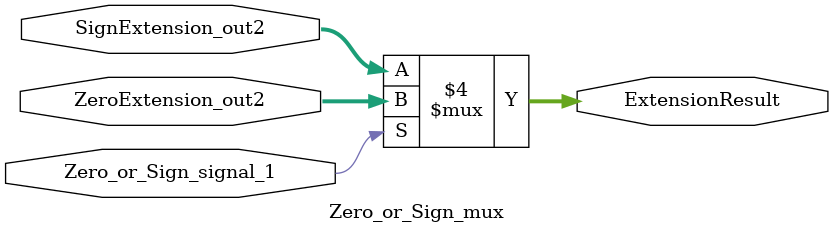
<source format=v>
`timescale 1ns / 1ps


module Zero_or_Sign_mux(SignExtension_out2,ZeroExtension_out2,ExtensionResult,Zero_or_Sign_signal_1);
    input [31:0] SignExtension_out2,ZeroExtension_out2;
    input Zero_or_Sign_signal_1;
    output reg [31:0] ExtensionResult;
    
    always@ (SignExtension_out2,ZeroExtension_out2,Zero_or_Sign_signal_1) begin
        if (Zero_or_Sign_signal_1==0) begin
            ExtensionResult<=SignExtension_out2;
        end
        
        else begin 
            ExtensionResult<=ZeroExtension_out2;
        end
        
    
    end
endmodule

</source>
